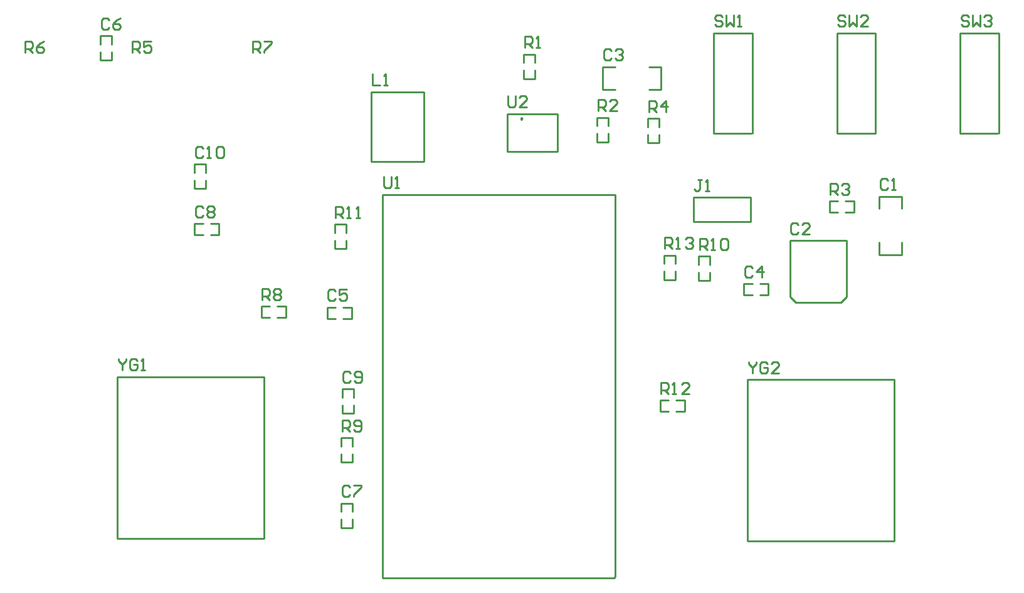
<source format=gto>
G04*
G04 #@! TF.GenerationSoftware,Altium Limited,Altium Designer,21.4.1 (30)*
G04*
G04 Layer_Color=65535*
%FSLAX25Y25*%
%MOIN*%
G70*
G04*
G04 #@! TF.SameCoordinates,E3ABAEE7-5D4E-4445-B66A-D27F58F8AFC5*
G04*
G04*
G04 #@! TF.FilePolarity,Positive*
G04*
G01*
G75*
%ADD10C,0.01000*%
D10*
X410315Y398000D02*
X409565Y398433D01*
Y397567D01*
X410315Y398000D01*
X336000Y153500D02*
Y357500D01*
X459500Y154000D02*
Y357500D01*
X336000D02*
X459500D01*
X336000Y153500D02*
X459000D01*
X459500Y154000D01*
X242000Y360799D02*
Y365299D01*
X236000Y360799D02*
X242000D01*
X236000D02*
Y365299D01*
Y369299D02*
Y373799D01*
X242000D01*
Y369299D02*
Y373799D01*
X453000Y425500D02*
X459500D01*
X453000Y413500D02*
X459500D01*
X453000D02*
Y425500D01*
X477500Y413500D02*
X484000D01*
X477500Y425500D02*
X484000D01*
Y413500D02*
Y425500D01*
X600000Y325500D02*
Y332000D01*
X612000Y325500D02*
Y332000D01*
X600000Y325500D02*
X612000D01*
Y350000D02*
Y356500D01*
X600000Y350000D02*
Y356500D01*
X612000D01*
X428815Y380500D02*
Y400500D01*
X402315Y380500D02*
X428815D01*
X402315Y400500D02*
X428815D01*
X402315Y380500D02*
Y400500D01*
X236000Y342000D02*
X240500D01*
X236000Y336000D02*
Y342000D01*
Y336000D02*
X240500D01*
X244500D02*
X249000D01*
Y342000D01*
X244500D02*
X249000D01*
X195000Y260500D02*
X272500D01*
X273000Y174500D02*
Y260500D01*
X195000Y174500D02*
X273000D01*
X195000D02*
Y260500D01*
X320000Y188799D02*
Y193299D01*
X314000D02*
X320000D01*
X314000Y188799D02*
Y193299D01*
Y180299D02*
Y184799D01*
Y180299D02*
X320000D01*
Y184799D01*
X330000Y375181D02*
X358000D01*
X330000D02*
Y412181D01*
X358000D01*
Y375181D02*
Y412181D01*
X417000Y427799D02*
Y432299D01*
X411000D02*
X417000D01*
X411000Y427799D02*
Y432299D01*
Y419299D02*
Y423799D01*
Y419299D02*
X417000D01*
Y423799D01*
X450000Y385500D02*
Y390000D01*
Y385500D02*
X456000D01*
Y390000D01*
Y394000D02*
Y398500D01*
X450000D02*
X456000D01*
X450000Y394000D02*
Y398500D01*
X501185Y343000D02*
X531685D01*
X501185D02*
Y356000D01*
X531685D01*
Y343000D02*
Y356000D01*
X579500Y300000D02*
X582500Y303000D01*
Y333000D01*
X555500Y300000D02*
X579500D01*
X552500Y333000D02*
X582500D01*
X552500Y303000D02*
Y333000D01*
Y303000D02*
X555500Y300000D01*
X573500Y354000D02*
X578000D01*
X573500Y348000D02*
Y354000D01*
Y348000D02*
X578000D01*
X582000D02*
X586500D01*
Y354000D01*
X582000D02*
X586500D01*
X477000Y385000D02*
Y389500D01*
Y385000D02*
X483000D01*
Y389500D01*
Y393500D02*
Y398000D01*
X477000D02*
X483000D01*
X477000Y393500D02*
Y398000D01*
X536500Y304000D02*
X541000D01*
Y310000D01*
X536500D02*
X541000D01*
X528000D02*
X532500D01*
X528000Y304000D02*
Y310000D01*
Y304000D02*
X532500D01*
X315000Y291500D02*
X319500D01*
Y297500D01*
X315000D02*
X319500D01*
X306500D02*
X311000D01*
X306500Y291500D02*
Y297500D01*
Y291500D02*
X311000D01*
X192000Y437500D02*
Y442000D01*
X186000D02*
X192000D01*
X186000Y437500D02*
Y442000D01*
Y429000D02*
Y433500D01*
Y429000D02*
X192000D01*
Y433500D01*
X532500Y390093D02*
Y443593D01*
X512000D02*
X532500D01*
X512000Y390093D02*
Y443593D01*
Y390093D02*
X532000D01*
X577500D02*
Y443593D01*
Y390093D02*
X598000D01*
Y443593D01*
X578000D02*
X598000D01*
X663500Y390093D02*
Y443593D01*
X643000D02*
X663500D01*
X643000Y390093D02*
Y443593D01*
Y390093D02*
X663000D01*
X530000Y259000D02*
X607500D01*
X608000Y173000D02*
Y259000D01*
X530000Y173000D02*
X608000D01*
X530000D02*
Y259000D01*
X314500Y241000D02*
Y245500D01*
Y241000D02*
X320500D01*
Y245500D01*
Y249500D02*
Y254000D01*
X314500D02*
X320500D01*
X314500Y249500D02*
Y254000D01*
X510000Y320299D02*
Y324799D01*
X504000D02*
X510000D01*
X504000Y320299D02*
Y324799D01*
Y311799D02*
Y316299D01*
Y311799D02*
X510000D01*
Y316299D01*
X314000Y215000D02*
Y219500D01*
Y215000D02*
X320000D01*
Y219500D01*
Y223500D02*
Y228000D01*
X314000D02*
X320000D01*
X314000Y223500D02*
Y228000D01*
X271500Y298000D02*
X276000D01*
X271500Y292000D02*
Y298000D01*
Y292000D02*
X276000D01*
X280000D02*
X284500D01*
Y298000D01*
X280000D02*
X284500D01*
X316500Y337299D02*
Y341799D01*
X310500D02*
X316500D01*
X310500Y337299D02*
Y341799D01*
Y328799D02*
Y333299D01*
Y328799D02*
X316500D01*
Y333299D01*
X491500Y320799D02*
Y325299D01*
X485500D02*
X491500D01*
X485500Y320799D02*
Y325299D01*
Y312299D02*
Y316799D01*
Y312299D02*
X491500D01*
Y316799D01*
X492000Y242000D02*
X496500D01*
Y248000D01*
X492000D02*
X496500D01*
X483500D02*
X488000D01*
X483500Y242000D02*
Y248000D01*
Y242000D02*
X488000D01*
X530500Y268498D02*
Y267498D01*
X532499Y265499D01*
X534499Y267498D01*
Y268498D01*
X532499Y265499D02*
Y262500D01*
X540497Y267498D02*
X539497Y268498D01*
X537498D01*
X536498Y267498D01*
Y263500D01*
X537498Y262500D01*
X539497D01*
X540497Y263500D01*
Y265499D01*
X538497D01*
X546495Y262500D02*
X542496D01*
X546495Y266499D01*
Y267498D01*
X545495Y268498D01*
X543496D01*
X542496Y267498D01*
X195500Y269998D02*
Y268998D01*
X197499Y266999D01*
X199499Y268998D01*
Y269998D01*
X197499Y266999D02*
Y264000D01*
X205497Y268998D02*
X204497Y269998D01*
X202498D01*
X201498Y268998D01*
Y265000D01*
X202498Y264000D01*
X204497D01*
X205497Y265000D01*
Y266999D01*
X203497D01*
X207496Y264000D02*
X209495D01*
X208496D01*
Y269998D01*
X207496Y268998D01*
X402800Y409998D02*
Y405000D01*
X403800Y404000D01*
X405799D01*
X406799Y405000D01*
Y409998D01*
X412797Y404000D02*
X408798D01*
X412797Y407999D01*
Y408998D01*
X411797Y409998D01*
X409798D01*
X408798Y408998D01*
X336500Y366998D02*
Y362000D01*
X337500Y361000D01*
X339499D01*
X340499Y362000D01*
Y366998D01*
X342498Y361000D02*
X344497D01*
X343498D01*
Y366998D01*
X342498Y365998D01*
X647499Y452098D02*
X646499Y453098D01*
X644500D01*
X643500Y452098D01*
Y451099D01*
X644500Y450099D01*
X646499D01*
X647499Y449099D01*
Y448100D01*
X646499Y447100D01*
X644500D01*
X643500Y448100D01*
X649498Y453098D02*
Y447100D01*
X651497Y449099D01*
X653497Y447100D01*
Y453098D01*
X655496Y452098D02*
X656496Y453098D01*
X658495D01*
X659495Y452098D01*
Y451099D01*
X658495Y450099D01*
X657495D01*
X658495D01*
X659495Y449099D01*
Y448100D01*
X658495Y447100D01*
X656496D01*
X655496Y448100D01*
X581999Y452098D02*
X580999Y453098D01*
X579000D01*
X578000Y452098D01*
Y451099D01*
X579000Y450099D01*
X580999D01*
X581999Y449099D01*
Y448100D01*
X580999Y447100D01*
X579000D01*
X578000Y448100D01*
X583998Y453098D02*
Y447100D01*
X585997Y449099D01*
X587997Y447100D01*
Y453098D01*
X593995Y447100D02*
X589996D01*
X593995Y451099D01*
Y452098D01*
X592995Y453098D01*
X590996D01*
X589996Y452098D01*
X516499D02*
X515499Y453098D01*
X513500D01*
X512500Y452098D01*
Y451099D01*
X513500Y450099D01*
X515499D01*
X516499Y449099D01*
Y448100D01*
X515499Y447100D01*
X513500D01*
X512500Y448100D01*
X518498Y453098D02*
Y447100D01*
X520497Y449099D01*
X522497Y447100D01*
Y453098D01*
X524496Y447100D02*
X526496D01*
X525496D01*
Y453098D01*
X524496Y452098D01*
X486000Y328800D02*
Y334798D01*
X488999D01*
X489999Y333798D01*
Y331799D01*
X488999Y330799D01*
X486000D01*
X487999D02*
X489999Y328800D01*
X491998D02*
X493997D01*
X492998D01*
Y334798D01*
X491998Y333798D01*
X496996D02*
X497996Y334798D01*
X499996D01*
X500995Y333798D01*
Y332799D01*
X499996Y331799D01*
X498996D01*
X499996D01*
X500995Y330799D01*
Y329800D01*
X499996Y328800D01*
X497996D01*
X496996Y329800D01*
X484000Y251500D02*
Y257498D01*
X486999D01*
X487999Y256498D01*
Y254499D01*
X486999Y253499D01*
X484000D01*
X485999D02*
X487999Y251500D01*
X489998D02*
X491997D01*
X490998D01*
Y257498D01*
X489998Y256498D01*
X498995Y251500D02*
X494996D01*
X498995Y255499D01*
Y256498D01*
X497996Y257498D01*
X495996D01*
X494996Y256498D01*
X311000Y345300D02*
Y351298D01*
X313999D01*
X314999Y350298D01*
Y348299D01*
X313999Y347299D01*
X311000D01*
X312999D02*
X314999Y345300D01*
X316998D02*
X318997D01*
X317998D01*
Y351298D01*
X316998Y350298D01*
X321996Y345300D02*
X323996D01*
X322996D01*
Y351298D01*
X321996Y350298D01*
X504500Y328300D02*
Y334298D01*
X507499D01*
X508499Y333298D01*
Y331299D01*
X507499Y330299D01*
X504500D01*
X506499D02*
X508499Y328300D01*
X510498D02*
X512497D01*
X511498D01*
Y334298D01*
X510498Y333298D01*
X515496D02*
X516496Y334298D01*
X518496D01*
X519495Y333298D01*
Y329300D01*
X518496Y328300D01*
X516496D01*
X515496Y329300D01*
Y333298D01*
X314500Y231500D02*
Y237498D01*
X317499D01*
X318499Y236498D01*
Y234499D01*
X317499Y233499D01*
X314500D01*
X316499D02*
X318499Y231500D01*
X320498Y232500D02*
X321498Y231500D01*
X323497D01*
X324497Y232500D01*
Y236498D01*
X323497Y237498D01*
X321498D01*
X320498Y236498D01*
Y235499D01*
X321498Y234499D01*
X324497D01*
X272000Y301500D02*
Y307498D01*
X274999D01*
X275999Y306498D01*
Y304499D01*
X274999Y303499D01*
X272000D01*
X273999D02*
X275999Y301500D01*
X277998Y306498D02*
X278998Y307498D01*
X280997D01*
X281997Y306498D01*
Y305499D01*
X280997Y304499D01*
X281997Y303499D01*
Y302500D01*
X280997Y301500D01*
X278998D01*
X277998Y302500D01*
Y303499D01*
X278998Y304499D01*
X277998Y305499D01*
Y306498D01*
X278998Y304499D02*
X280997D01*
X267100Y433100D02*
Y439098D01*
X270099D01*
X271099Y438098D01*
Y436099D01*
X270099Y435099D01*
X267100D01*
X269099D02*
X271099Y433100D01*
X273098Y439098D02*
X277097D01*
Y438098D01*
X273098Y434100D01*
Y433100D01*
X146100D02*
Y439098D01*
X149099D01*
X150099Y438098D01*
Y436099D01*
X149099Y435099D01*
X146100D01*
X148099D02*
X150099Y433100D01*
X156097Y439098D02*
X154097Y438098D01*
X152098Y436099D01*
Y434100D01*
X153098Y433100D01*
X155097D01*
X156097Y434100D01*
Y435099D01*
X155097Y436099D01*
X152098D01*
X203100Y433100D02*
Y439098D01*
X206099D01*
X207099Y438098D01*
Y436099D01*
X206099Y435099D01*
X203100D01*
X205099D02*
X207099Y433100D01*
X213097Y439098D02*
X209098D01*
Y436099D01*
X211097Y437099D01*
X212097D01*
X213097Y436099D01*
Y434100D01*
X212097Y433100D01*
X210098D01*
X209098Y434100D01*
X477500Y401500D02*
Y407498D01*
X480499D01*
X481499Y406498D01*
Y404499D01*
X480499Y403499D01*
X477500D01*
X479499D02*
X481499Y401500D01*
X486497D02*
Y407498D01*
X483498Y404499D01*
X487497D01*
X574000Y357500D02*
Y363498D01*
X576999D01*
X577999Y362498D01*
Y360499D01*
X576999Y359499D01*
X574000D01*
X575999D02*
X577999Y357500D01*
X579998Y362498D02*
X580998Y363498D01*
X582997D01*
X583997Y362498D01*
Y361499D01*
X582997Y360499D01*
X581997D01*
X582997D01*
X583997Y359499D01*
Y358500D01*
X582997Y357500D01*
X580998D01*
X579998Y358500D01*
X450500Y402000D02*
Y407998D01*
X453499D01*
X454499Y406998D01*
Y404999D01*
X453499Y403999D01*
X450500D01*
X452499D02*
X454499Y402000D01*
X460497D02*
X456498D01*
X460497Y405999D01*
Y406998D01*
X459497Y407998D01*
X457498D01*
X456498Y406998D01*
X411500Y435800D02*
Y441798D01*
X414499D01*
X415499Y440798D01*
Y438799D01*
X414499Y437799D01*
X411500D01*
X413499D02*
X415499Y435800D01*
X417498D02*
X419497D01*
X418498D01*
Y441798D01*
X417498Y440798D01*
X330500Y421698D02*
Y415700D01*
X334499D01*
X336498D02*
X338497D01*
X337498D01*
Y421698D01*
X336498Y420698D01*
X505699Y365498D02*
X503699D01*
X504699D01*
Y360500D01*
X503699Y359500D01*
X502700D01*
X501700Y360500D01*
X507698Y359500D02*
X509697D01*
X508698D01*
Y365498D01*
X507698Y364498D01*
X240499Y382298D02*
X239499Y383298D01*
X237500D01*
X236500Y382298D01*
Y378300D01*
X237500Y377300D01*
X239499D01*
X240499Y378300D01*
X242498Y377300D02*
X244497D01*
X243498D01*
Y383298D01*
X242498Y382298D01*
X247496D02*
X248496Y383298D01*
X250496D01*
X251495Y382298D01*
Y378300D01*
X250496Y377300D01*
X248496D01*
X247496Y378300D01*
Y382298D01*
X318999Y262498D02*
X317999Y263498D01*
X316000D01*
X315000Y262498D01*
Y258500D01*
X316000Y257500D01*
X317999D01*
X318999Y258500D01*
X320998D02*
X321998Y257500D01*
X323997D01*
X324997Y258500D01*
Y262498D01*
X323997Y263498D01*
X321998D01*
X320998Y262498D01*
Y261499D01*
X321998Y260499D01*
X324997D01*
X240499Y350498D02*
X239499Y351498D01*
X237500D01*
X236500Y350498D01*
Y346500D01*
X237500Y345500D01*
X239499D01*
X240499Y346500D01*
X242498Y350498D02*
X243498Y351498D01*
X245497D01*
X246497Y350498D01*
Y349499D01*
X245497Y348499D01*
X246497Y347499D01*
Y346500D01*
X245497Y345500D01*
X243498D01*
X242498Y346500D01*
Y347499D01*
X243498Y348499D01*
X242498Y349499D01*
Y350498D01*
X243498Y348499D02*
X245497D01*
X318499Y201798D02*
X317499Y202798D01*
X315500D01*
X314500Y201798D01*
Y197800D01*
X315500Y196800D01*
X317499D01*
X318499Y197800D01*
X320498Y202798D02*
X324497D01*
Y201798D01*
X320498Y197800D01*
Y196800D01*
X190499Y450498D02*
X189499Y451498D01*
X187500D01*
X186500Y450498D01*
Y446500D01*
X187500Y445500D01*
X189499D01*
X190499Y446500D01*
X196497Y451498D02*
X194497Y450498D01*
X192498Y448499D01*
Y446500D01*
X193498Y445500D01*
X195497D01*
X196497Y446500D01*
Y447499D01*
X195497Y448499D01*
X192498D01*
X310999Y305998D02*
X309999Y306998D01*
X308000D01*
X307000Y305998D01*
Y302000D01*
X308000Y301000D01*
X309999D01*
X310999Y302000D01*
X316997Y306998D02*
X312998D01*
Y303999D01*
X314997Y304999D01*
X315997D01*
X316997Y303999D01*
Y302000D01*
X315997Y301000D01*
X313998D01*
X312998Y302000D01*
X532499Y318498D02*
X531499Y319498D01*
X529500D01*
X528500Y318498D01*
Y314500D01*
X529500Y313500D01*
X531499D01*
X532499Y314500D01*
X537497Y313500D02*
Y319498D01*
X534498Y316499D01*
X538497D01*
X457499Y433998D02*
X456499Y434998D01*
X454500D01*
X453500Y433998D01*
Y430000D01*
X454500Y429000D01*
X456499D01*
X457499Y430000D01*
X459498Y433998D02*
X460498Y434998D01*
X462497D01*
X463497Y433998D01*
Y432999D01*
X462497Y431999D01*
X461497D01*
X462497D01*
X463497Y430999D01*
Y430000D01*
X462497Y429000D01*
X460498D01*
X459498Y430000D01*
X556999Y341498D02*
X555999Y342498D01*
X554000D01*
X553000Y341498D01*
Y337500D01*
X554000Y336500D01*
X555999D01*
X556999Y337500D01*
X562997Y336500D02*
X558998D01*
X562997Y340499D01*
Y341498D01*
X561997Y342498D01*
X559998D01*
X558998Y341498D01*
X604499Y364998D02*
X603499Y365998D01*
X601500D01*
X600500Y364998D01*
Y361000D01*
X601500Y360000D01*
X603499D01*
X604499Y361000D01*
X606498Y360000D02*
X608497D01*
X607498D01*
Y365998D01*
X606498Y364998D01*
M02*

</source>
